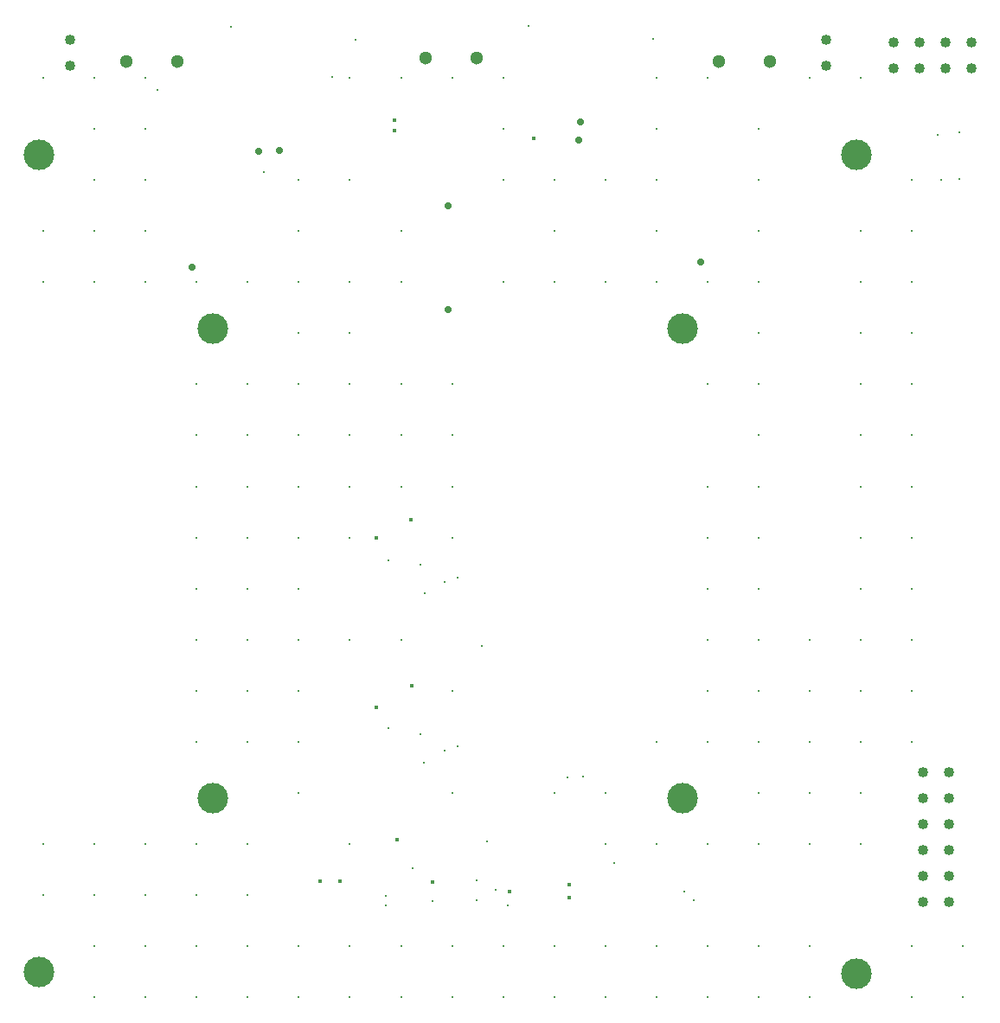
<source format=gbr>
%TF.GenerationSoftware,Altium Limited,Altium Designer,24.0.1 (36)*%
G04 Layer_Color=0*
%FSLAX25Y25*%
%MOIN*%
%TF.SameCoordinates,D5D63520-F272-4D0B-AB48-B6EDFC209223*%
%TF.FilePolarity,Positive*%
%TF.FileFunction,Plated,1,4,PTH,Drill*%
%TF.Part,Single*%
G01*
G75*
%TA.AperFunction,ComponentDrill*%
%ADD128C,0.05118*%
%ADD129C,0.04016*%
%ADD130C,0.04016*%
%TA.AperFunction,OtherDrill,Pad Free-M1 (3346.457mil,3346.457mil)*%
%ADD131C,0.11811*%
%TA.AperFunction,OtherDrill,Pad Free-M1 (196.85mil,3346.457mil)*%
%ADD132C,0.11811*%
%TA.AperFunction,OtherDrill,Pad Free-M1 (3346.457mil,192.299mil)*%
%ADD133C,0.11811*%
%TA.AperFunction,OtherDrill,Pad Free-M1 (196.85mil,196.85mil)*%
%ADD134C,0.11811*%
%TA.AperFunction,OtherDrill,Pad Free-M1 (2677.165mil,2677.165mil)*%
%ADD135C,0.11811*%
%TA.AperFunction,OtherDrill,Pad Free-M1 (866.142mil,2677.165mil)*%
%ADD136C,0.11811*%
%TA.AperFunction,OtherDrill,Pad Free-M1 (2677.165mil,866.142mil)*%
%ADD137C,0.11811*%
%TA.AperFunction,OtherDrill,Pad Free-M1 (866.142mil,866.142mil)*%
%ADD138C,0.11811*%
%TA.AperFunction,ViaDrill,NotFilled*%
%ADD139C,0.01181*%
%ADD140C,0.02800*%
%ADD141C,0.01575*%
D128*
X301181Y370702D02*
D03*
X281496D02*
D03*
X72835Y370625D02*
D03*
X53150D02*
D03*
X188147Y372047D02*
D03*
X168462D02*
D03*
D129*
X322835Y369202D02*
D03*
Y379202D02*
D03*
X31496Y369125D02*
D03*
Y379125D02*
D03*
X370236Y46772D02*
D03*
Y56772D02*
D03*
Y66772D02*
D03*
Y76772D02*
D03*
Y86772D02*
D03*
Y96772D02*
D03*
X360236D02*
D03*
Y86772D02*
D03*
Y76772D02*
D03*
Y66772D02*
D03*
Y56772D02*
D03*
Y46772D02*
D03*
D130*
X348972Y378063D02*
D03*
X358972D02*
D03*
X368971D02*
D03*
X378972D02*
D03*
Y368063D02*
D03*
X368971D02*
D03*
X358972D02*
D03*
X348972D02*
D03*
D131*
X334646Y334646D02*
D03*
D132*
X19685Y334646D02*
D03*
D133*
X334646Y19230D02*
D03*
D134*
X19685Y19685D02*
D03*
D135*
X267717Y267717D02*
D03*
D136*
X86614D02*
D03*
D137*
X267717Y86614D02*
D03*
D138*
X86614D02*
D03*
D139*
X367112Y324969D02*
D03*
X374164Y343444D02*
D03*
X366047Y342413D02*
D03*
X374264Y325484D02*
D03*
X355962Y325016D02*
D03*
X375647Y29741D02*
D03*
Y10056D02*
D03*
X355962Y305331D02*
D03*
Y285646D02*
D03*
Y265961D02*
D03*
Y246276D02*
D03*
Y226591D02*
D03*
Y206906D02*
D03*
Y187221D02*
D03*
Y167536D02*
D03*
Y147851D02*
D03*
Y128166D02*
D03*
Y108481D02*
D03*
Y29741D02*
D03*
Y10056D02*
D03*
X336277Y364387D02*
D03*
Y305331D02*
D03*
Y285646D02*
D03*
Y265961D02*
D03*
Y246276D02*
D03*
Y226591D02*
D03*
Y206906D02*
D03*
Y187221D02*
D03*
Y167536D02*
D03*
Y147851D02*
D03*
Y128166D02*
D03*
Y108481D02*
D03*
Y88796D02*
D03*
Y69111D02*
D03*
X316592Y364387D02*
D03*
Y147851D02*
D03*
Y128166D02*
D03*
Y108481D02*
D03*
Y88796D02*
D03*
Y69111D02*
D03*
Y29741D02*
D03*
Y10056D02*
D03*
X296907Y344702D02*
D03*
Y325016D02*
D03*
Y305331D02*
D03*
Y285646D02*
D03*
Y265961D02*
D03*
Y246276D02*
D03*
Y226591D02*
D03*
Y206906D02*
D03*
Y187221D02*
D03*
Y167536D02*
D03*
Y147851D02*
D03*
Y128166D02*
D03*
Y108481D02*
D03*
Y88796D02*
D03*
Y69111D02*
D03*
Y29741D02*
D03*
Y10056D02*
D03*
X277222Y364387D02*
D03*
Y285646D02*
D03*
Y246276D02*
D03*
Y206906D02*
D03*
Y187221D02*
D03*
Y167536D02*
D03*
Y147851D02*
D03*
Y128166D02*
D03*
Y108481D02*
D03*
Y69111D02*
D03*
Y29741D02*
D03*
Y10056D02*
D03*
X257537Y364387D02*
D03*
Y344702D02*
D03*
Y325016D02*
D03*
Y305331D02*
D03*
Y285646D02*
D03*
Y108481D02*
D03*
Y69111D02*
D03*
Y29741D02*
D03*
Y10056D02*
D03*
X237852Y325016D02*
D03*
Y285646D02*
D03*
Y88796D02*
D03*
Y69111D02*
D03*
Y29741D02*
D03*
Y10056D02*
D03*
X218167Y325016D02*
D03*
Y305331D02*
D03*
Y285646D02*
D03*
Y88796D02*
D03*
Y29741D02*
D03*
Y10056D02*
D03*
X198482Y364387D02*
D03*
Y344702D02*
D03*
Y325016D02*
D03*
Y285646D02*
D03*
Y29741D02*
D03*
Y10056D02*
D03*
X178797Y364387D02*
D03*
Y246276D02*
D03*
Y226591D02*
D03*
Y206906D02*
D03*
Y187221D02*
D03*
Y128166D02*
D03*
Y88796D02*
D03*
Y29741D02*
D03*
Y10056D02*
D03*
X159112Y364387D02*
D03*
Y305331D02*
D03*
Y285646D02*
D03*
Y246276D02*
D03*
Y226591D02*
D03*
Y206906D02*
D03*
Y147851D02*
D03*
Y29741D02*
D03*
Y10056D02*
D03*
X139427Y364387D02*
D03*
Y325016D02*
D03*
Y285646D02*
D03*
Y265961D02*
D03*
Y246276D02*
D03*
Y226591D02*
D03*
Y206906D02*
D03*
Y187221D02*
D03*
Y147851D02*
D03*
Y69111D02*
D03*
Y29741D02*
D03*
Y10056D02*
D03*
X119742Y325016D02*
D03*
Y305331D02*
D03*
Y285646D02*
D03*
Y265961D02*
D03*
Y246276D02*
D03*
Y226591D02*
D03*
Y206906D02*
D03*
Y187221D02*
D03*
Y167536D02*
D03*
Y147851D02*
D03*
Y128166D02*
D03*
Y108481D02*
D03*
Y88796D02*
D03*
Y29741D02*
D03*
Y10056D02*
D03*
X100057Y285646D02*
D03*
Y246276D02*
D03*
Y226591D02*
D03*
Y206906D02*
D03*
Y187221D02*
D03*
Y167536D02*
D03*
Y147851D02*
D03*
Y128166D02*
D03*
Y108481D02*
D03*
Y69111D02*
D03*
Y49426D02*
D03*
Y29741D02*
D03*
Y10056D02*
D03*
X80372Y285646D02*
D03*
Y246276D02*
D03*
Y226591D02*
D03*
Y206906D02*
D03*
Y187221D02*
D03*
Y167536D02*
D03*
Y147851D02*
D03*
Y128166D02*
D03*
Y108481D02*
D03*
Y69111D02*
D03*
Y49426D02*
D03*
Y29741D02*
D03*
Y10056D02*
D03*
X60687Y364387D02*
D03*
Y344702D02*
D03*
Y325016D02*
D03*
Y305331D02*
D03*
Y285646D02*
D03*
Y69111D02*
D03*
Y49426D02*
D03*
Y29741D02*
D03*
Y10056D02*
D03*
X41001Y364387D02*
D03*
Y344702D02*
D03*
Y325016D02*
D03*
Y305331D02*
D03*
Y285646D02*
D03*
Y69111D02*
D03*
Y49426D02*
D03*
Y29741D02*
D03*
Y10056D02*
D03*
X21317Y364387D02*
D03*
Y305331D02*
D03*
Y285646D02*
D03*
Y69111D02*
D03*
Y49426D02*
D03*
X166580Y111437D02*
D03*
X166453Y176665D02*
D03*
X106360Y328150D02*
D03*
X65114Y359871D02*
D03*
X132677Y364873D02*
D03*
X141732Y379125D02*
D03*
X93550Y384125D02*
D03*
X256320Y379344D02*
D03*
X208154Y384481D02*
D03*
X180815Y106882D02*
D03*
X223213Y94808D02*
D03*
X229360Y95181D02*
D03*
X272057Y47352D02*
D03*
X268411Y50846D02*
D03*
X180815Y171843D02*
D03*
X168022Y100544D02*
D03*
X168135Y165731D02*
D03*
X175787Y169964D02*
D03*
X154176Y113691D02*
D03*
Y178428D02*
D03*
X188295Y47530D02*
D03*
Y55056D02*
D03*
X163682Y59770D02*
D03*
X195686Y51436D02*
D03*
X241174Y61698D02*
D03*
X192430Y70107D02*
D03*
X190100Y145547D02*
D03*
X200098Y45499D02*
D03*
X171260Y46958D02*
D03*
X153300Y49213D02*
D03*
Y45276D02*
D03*
X175787Y105003D02*
D03*
D140*
X274637Y293307D02*
D03*
X78500Y291339D02*
D03*
X104392Y336130D02*
D03*
X112205Y336416D02*
D03*
X177165Y275000D02*
D03*
Y314961D02*
D03*
X228346Y347297D02*
D03*
X227717Y340453D02*
D03*
D141*
X156710Y344060D02*
D03*
Y348028D02*
D03*
X210205Y341106D02*
D03*
X163050Y193976D02*
D03*
X157480Y70866D02*
D03*
X171260Y54375D02*
D03*
X223909Y53256D02*
D03*
X223909Y48516D02*
D03*
X149606Y121793D02*
D03*
Y186980D02*
D03*
X200765Y50845D02*
D03*
X135433Y54859D02*
D03*
X127953D02*
D03*
X163397Y129921D02*
D03*
%TF.MD5,8796c20185cd34bec250f46cedc08d30*%
M02*

</source>
